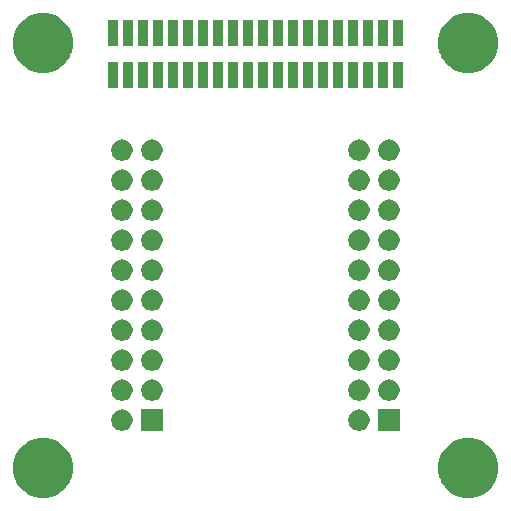
<source format=gbr>
G04 #@! TF.GenerationSoftware,KiCad,Pcbnew,(5.1.6)-1*
G04 #@! TF.CreationDate,2020-11-06T20:31:41+01:00*
G04 #@! TF.ProjectId,DynOSSAT-EDU-HeaderAdapter,44796e4f-5353-4415-942d-4544552d4865,rev?*
G04 #@! TF.SameCoordinates,Original*
G04 #@! TF.FileFunction,Soldermask,Bot*
G04 #@! TF.FilePolarity,Negative*
%FSLAX46Y46*%
G04 Gerber Fmt 4.6, Leading zero omitted, Abs format (unit mm)*
G04 Created by KiCad (PCBNEW (5.1.6)-1) date 2020-11-06 20:31:41*
%MOMM*%
%LPD*%
G01*
G04 APERTURE LIST*
%ADD10C,0.100000*%
G04 APERTURE END LIST*
D10*
G36*
X154110098Y-118400233D02*
G01*
X154550210Y-118582533D01*
X154574352Y-118592533D01*
X154992168Y-118871709D01*
X155347491Y-119227032D01*
X155626667Y-119644848D01*
X155626668Y-119644850D01*
X155818967Y-120109102D01*
X155917000Y-120601947D01*
X155917000Y-121104453D01*
X155818967Y-121597298D01*
X155701235Y-121881529D01*
X155626667Y-122061552D01*
X155347491Y-122479368D01*
X154992168Y-122834691D01*
X154574352Y-123113867D01*
X154574351Y-123113868D01*
X154574350Y-123113868D01*
X154110098Y-123306167D01*
X153617253Y-123404200D01*
X153114747Y-123404200D01*
X152621902Y-123306167D01*
X152157650Y-123113868D01*
X152157649Y-123113868D01*
X152157648Y-123113867D01*
X151739832Y-122834691D01*
X151384509Y-122479368D01*
X151105333Y-122061552D01*
X151030765Y-121881529D01*
X150913033Y-121597298D01*
X150815000Y-121104453D01*
X150815000Y-120601947D01*
X150913033Y-120109102D01*
X151105332Y-119644850D01*
X151105333Y-119644848D01*
X151384509Y-119227032D01*
X151739832Y-118871709D01*
X152157648Y-118592533D01*
X152181790Y-118582533D01*
X152621902Y-118400233D01*
X153114747Y-118302200D01*
X153617253Y-118302200D01*
X154110098Y-118400233D01*
G37*
G36*
X118108098Y-118390233D02*
G01*
X118572350Y-118582532D01*
X118572352Y-118582533D01*
X118990168Y-118861709D01*
X119345491Y-119217032D01*
X119475676Y-119411868D01*
X119624668Y-119634850D01*
X119816967Y-120099102D01*
X119915000Y-120591947D01*
X119915000Y-121094453D01*
X119816967Y-121587298D01*
X119664496Y-121955396D01*
X119624667Y-122051552D01*
X119345491Y-122469368D01*
X118990168Y-122824691D01*
X118572352Y-123103867D01*
X118572351Y-123103868D01*
X118572350Y-123103868D01*
X118108098Y-123296167D01*
X117615253Y-123394200D01*
X117112747Y-123394200D01*
X116619902Y-123296167D01*
X116155650Y-123103868D01*
X116155649Y-123103868D01*
X116155648Y-123103867D01*
X115737832Y-122824691D01*
X115382509Y-122469368D01*
X115103333Y-122051552D01*
X115063504Y-121955396D01*
X114911033Y-121587298D01*
X114813000Y-121094453D01*
X114813000Y-120591947D01*
X114911033Y-120099102D01*
X115103332Y-119634850D01*
X115252324Y-119411868D01*
X115382509Y-119217032D01*
X115737832Y-118861709D01*
X116155648Y-118582533D01*
X116155650Y-118582532D01*
X116619902Y-118390233D01*
X117112747Y-118292200D01*
X117615253Y-118292200D01*
X118108098Y-118390233D01*
G37*
G36*
X144233112Y-115893127D02*
G01*
X144382412Y-115922824D01*
X144546384Y-115990744D01*
X144693954Y-116089347D01*
X144819453Y-116214846D01*
X144918056Y-116362416D01*
X144985976Y-116526388D01*
X145020600Y-116700459D01*
X145020600Y-116877941D01*
X144985976Y-117052012D01*
X144918056Y-117215984D01*
X144819453Y-117363554D01*
X144693954Y-117489053D01*
X144546384Y-117587656D01*
X144382412Y-117655576D01*
X144233112Y-117685273D01*
X144208342Y-117690200D01*
X144030858Y-117690200D01*
X144006088Y-117685273D01*
X143856788Y-117655576D01*
X143692816Y-117587656D01*
X143545246Y-117489053D01*
X143419747Y-117363554D01*
X143321144Y-117215984D01*
X143253224Y-117052012D01*
X143218600Y-116877941D01*
X143218600Y-116700459D01*
X143253224Y-116526388D01*
X143321144Y-116362416D01*
X143419747Y-116214846D01*
X143545246Y-116089347D01*
X143692816Y-115990744D01*
X143856788Y-115922824D01*
X144006088Y-115893127D01*
X144030858Y-115888200D01*
X144208342Y-115888200D01*
X144233112Y-115893127D01*
G37*
G36*
X147560600Y-117690200D02*
G01*
X145758600Y-117690200D01*
X145758600Y-115888200D01*
X147560600Y-115888200D01*
X147560600Y-117690200D01*
G37*
G36*
X124167112Y-115893127D02*
G01*
X124316412Y-115922824D01*
X124480384Y-115990744D01*
X124627954Y-116089347D01*
X124753453Y-116214846D01*
X124852056Y-116362416D01*
X124919976Y-116526388D01*
X124954600Y-116700459D01*
X124954600Y-116877941D01*
X124919976Y-117052012D01*
X124852056Y-117215984D01*
X124753453Y-117363554D01*
X124627954Y-117489053D01*
X124480384Y-117587656D01*
X124316412Y-117655576D01*
X124167112Y-117685273D01*
X124142342Y-117690200D01*
X123964858Y-117690200D01*
X123940088Y-117685273D01*
X123790788Y-117655576D01*
X123626816Y-117587656D01*
X123479246Y-117489053D01*
X123353747Y-117363554D01*
X123255144Y-117215984D01*
X123187224Y-117052012D01*
X123152600Y-116877941D01*
X123152600Y-116700459D01*
X123187224Y-116526388D01*
X123255144Y-116362416D01*
X123353747Y-116214846D01*
X123479246Y-116089347D01*
X123626816Y-115990744D01*
X123790788Y-115922824D01*
X123940088Y-115893127D01*
X123964858Y-115888200D01*
X124142342Y-115888200D01*
X124167112Y-115893127D01*
G37*
G36*
X127494600Y-117690200D02*
G01*
X125692600Y-117690200D01*
X125692600Y-115888200D01*
X127494600Y-115888200D01*
X127494600Y-117690200D01*
G37*
G36*
X124167112Y-113353127D02*
G01*
X124316412Y-113382824D01*
X124480384Y-113450744D01*
X124627954Y-113549347D01*
X124753453Y-113674846D01*
X124852056Y-113822416D01*
X124919976Y-113986388D01*
X124954600Y-114160459D01*
X124954600Y-114337941D01*
X124919976Y-114512012D01*
X124852056Y-114675984D01*
X124753453Y-114823554D01*
X124627954Y-114949053D01*
X124480384Y-115047656D01*
X124316412Y-115115576D01*
X124167112Y-115145273D01*
X124142342Y-115150200D01*
X123964858Y-115150200D01*
X123940088Y-115145273D01*
X123790788Y-115115576D01*
X123626816Y-115047656D01*
X123479246Y-114949053D01*
X123353747Y-114823554D01*
X123255144Y-114675984D01*
X123187224Y-114512012D01*
X123152600Y-114337941D01*
X123152600Y-114160459D01*
X123187224Y-113986388D01*
X123255144Y-113822416D01*
X123353747Y-113674846D01*
X123479246Y-113549347D01*
X123626816Y-113450744D01*
X123790788Y-113382824D01*
X123940088Y-113353127D01*
X123964858Y-113348200D01*
X124142342Y-113348200D01*
X124167112Y-113353127D01*
G37*
G36*
X146773112Y-113353127D02*
G01*
X146922412Y-113382824D01*
X147086384Y-113450744D01*
X147233954Y-113549347D01*
X147359453Y-113674846D01*
X147458056Y-113822416D01*
X147525976Y-113986388D01*
X147560600Y-114160459D01*
X147560600Y-114337941D01*
X147525976Y-114512012D01*
X147458056Y-114675984D01*
X147359453Y-114823554D01*
X147233954Y-114949053D01*
X147086384Y-115047656D01*
X146922412Y-115115576D01*
X146773112Y-115145273D01*
X146748342Y-115150200D01*
X146570858Y-115150200D01*
X146546088Y-115145273D01*
X146396788Y-115115576D01*
X146232816Y-115047656D01*
X146085246Y-114949053D01*
X145959747Y-114823554D01*
X145861144Y-114675984D01*
X145793224Y-114512012D01*
X145758600Y-114337941D01*
X145758600Y-114160459D01*
X145793224Y-113986388D01*
X145861144Y-113822416D01*
X145959747Y-113674846D01*
X146085246Y-113549347D01*
X146232816Y-113450744D01*
X146396788Y-113382824D01*
X146546088Y-113353127D01*
X146570858Y-113348200D01*
X146748342Y-113348200D01*
X146773112Y-113353127D01*
G37*
G36*
X144233112Y-113353127D02*
G01*
X144382412Y-113382824D01*
X144546384Y-113450744D01*
X144693954Y-113549347D01*
X144819453Y-113674846D01*
X144918056Y-113822416D01*
X144985976Y-113986388D01*
X145020600Y-114160459D01*
X145020600Y-114337941D01*
X144985976Y-114512012D01*
X144918056Y-114675984D01*
X144819453Y-114823554D01*
X144693954Y-114949053D01*
X144546384Y-115047656D01*
X144382412Y-115115576D01*
X144233112Y-115145273D01*
X144208342Y-115150200D01*
X144030858Y-115150200D01*
X144006088Y-115145273D01*
X143856788Y-115115576D01*
X143692816Y-115047656D01*
X143545246Y-114949053D01*
X143419747Y-114823554D01*
X143321144Y-114675984D01*
X143253224Y-114512012D01*
X143218600Y-114337941D01*
X143218600Y-114160459D01*
X143253224Y-113986388D01*
X143321144Y-113822416D01*
X143419747Y-113674846D01*
X143545246Y-113549347D01*
X143692816Y-113450744D01*
X143856788Y-113382824D01*
X144006088Y-113353127D01*
X144030858Y-113348200D01*
X144208342Y-113348200D01*
X144233112Y-113353127D01*
G37*
G36*
X126707112Y-113353127D02*
G01*
X126856412Y-113382824D01*
X127020384Y-113450744D01*
X127167954Y-113549347D01*
X127293453Y-113674846D01*
X127392056Y-113822416D01*
X127459976Y-113986388D01*
X127494600Y-114160459D01*
X127494600Y-114337941D01*
X127459976Y-114512012D01*
X127392056Y-114675984D01*
X127293453Y-114823554D01*
X127167954Y-114949053D01*
X127020384Y-115047656D01*
X126856412Y-115115576D01*
X126707112Y-115145273D01*
X126682342Y-115150200D01*
X126504858Y-115150200D01*
X126480088Y-115145273D01*
X126330788Y-115115576D01*
X126166816Y-115047656D01*
X126019246Y-114949053D01*
X125893747Y-114823554D01*
X125795144Y-114675984D01*
X125727224Y-114512012D01*
X125692600Y-114337941D01*
X125692600Y-114160459D01*
X125727224Y-113986388D01*
X125795144Y-113822416D01*
X125893747Y-113674846D01*
X126019246Y-113549347D01*
X126166816Y-113450744D01*
X126330788Y-113382824D01*
X126480088Y-113353127D01*
X126504858Y-113348200D01*
X126682342Y-113348200D01*
X126707112Y-113353127D01*
G37*
G36*
X144233112Y-110813127D02*
G01*
X144382412Y-110842824D01*
X144546384Y-110910744D01*
X144693954Y-111009347D01*
X144819453Y-111134846D01*
X144918056Y-111282416D01*
X144985976Y-111446388D01*
X145020600Y-111620459D01*
X145020600Y-111797941D01*
X144985976Y-111972012D01*
X144918056Y-112135984D01*
X144819453Y-112283554D01*
X144693954Y-112409053D01*
X144546384Y-112507656D01*
X144382412Y-112575576D01*
X144233112Y-112605273D01*
X144208342Y-112610200D01*
X144030858Y-112610200D01*
X144006088Y-112605273D01*
X143856788Y-112575576D01*
X143692816Y-112507656D01*
X143545246Y-112409053D01*
X143419747Y-112283554D01*
X143321144Y-112135984D01*
X143253224Y-111972012D01*
X143218600Y-111797941D01*
X143218600Y-111620459D01*
X143253224Y-111446388D01*
X143321144Y-111282416D01*
X143419747Y-111134846D01*
X143545246Y-111009347D01*
X143692816Y-110910744D01*
X143856788Y-110842824D01*
X144006088Y-110813127D01*
X144030858Y-110808200D01*
X144208342Y-110808200D01*
X144233112Y-110813127D01*
G37*
G36*
X126707112Y-110813127D02*
G01*
X126856412Y-110842824D01*
X127020384Y-110910744D01*
X127167954Y-111009347D01*
X127293453Y-111134846D01*
X127392056Y-111282416D01*
X127459976Y-111446388D01*
X127494600Y-111620459D01*
X127494600Y-111797941D01*
X127459976Y-111972012D01*
X127392056Y-112135984D01*
X127293453Y-112283554D01*
X127167954Y-112409053D01*
X127020384Y-112507656D01*
X126856412Y-112575576D01*
X126707112Y-112605273D01*
X126682342Y-112610200D01*
X126504858Y-112610200D01*
X126480088Y-112605273D01*
X126330788Y-112575576D01*
X126166816Y-112507656D01*
X126019246Y-112409053D01*
X125893747Y-112283554D01*
X125795144Y-112135984D01*
X125727224Y-111972012D01*
X125692600Y-111797941D01*
X125692600Y-111620459D01*
X125727224Y-111446388D01*
X125795144Y-111282416D01*
X125893747Y-111134846D01*
X126019246Y-111009347D01*
X126166816Y-110910744D01*
X126330788Y-110842824D01*
X126480088Y-110813127D01*
X126504858Y-110808200D01*
X126682342Y-110808200D01*
X126707112Y-110813127D01*
G37*
G36*
X124167112Y-110813127D02*
G01*
X124316412Y-110842824D01*
X124480384Y-110910744D01*
X124627954Y-111009347D01*
X124753453Y-111134846D01*
X124852056Y-111282416D01*
X124919976Y-111446388D01*
X124954600Y-111620459D01*
X124954600Y-111797941D01*
X124919976Y-111972012D01*
X124852056Y-112135984D01*
X124753453Y-112283554D01*
X124627954Y-112409053D01*
X124480384Y-112507656D01*
X124316412Y-112575576D01*
X124167112Y-112605273D01*
X124142342Y-112610200D01*
X123964858Y-112610200D01*
X123940088Y-112605273D01*
X123790788Y-112575576D01*
X123626816Y-112507656D01*
X123479246Y-112409053D01*
X123353747Y-112283554D01*
X123255144Y-112135984D01*
X123187224Y-111972012D01*
X123152600Y-111797941D01*
X123152600Y-111620459D01*
X123187224Y-111446388D01*
X123255144Y-111282416D01*
X123353747Y-111134846D01*
X123479246Y-111009347D01*
X123626816Y-110910744D01*
X123790788Y-110842824D01*
X123940088Y-110813127D01*
X123964858Y-110808200D01*
X124142342Y-110808200D01*
X124167112Y-110813127D01*
G37*
G36*
X146773112Y-110813127D02*
G01*
X146922412Y-110842824D01*
X147086384Y-110910744D01*
X147233954Y-111009347D01*
X147359453Y-111134846D01*
X147458056Y-111282416D01*
X147525976Y-111446388D01*
X147560600Y-111620459D01*
X147560600Y-111797941D01*
X147525976Y-111972012D01*
X147458056Y-112135984D01*
X147359453Y-112283554D01*
X147233954Y-112409053D01*
X147086384Y-112507656D01*
X146922412Y-112575576D01*
X146773112Y-112605273D01*
X146748342Y-112610200D01*
X146570858Y-112610200D01*
X146546088Y-112605273D01*
X146396788Y-112575576D01*
X146232816Y-112507656D01*
X146085246Y-112409053D01*
X145959747Y-112283554D01*
X145861144Y-112135984D01*
X145793224Y-111972012D01*
X145758600Y-111797941D01*
X145758600Y-111620459D01*
X145793224Y-111446388D01*
X145861144Y-111282416D01*
X145959747Y-111134846D01*
X146085246Y-111009347D01*
X146232816Y-110910744D01*
X146396788Y-110842824D01*
X146546088Y-110813127D01*
X146570858Y-110808200D01*
X146748342Y-110808200D01*
X146773112Y-110813127D01*
G37*
G36*
X146773112Y-108273127D02*
G01*
X146922412Y-108302824D01*
X147086384Y-108370744D01*
X147233954Y-108469347D01*
X147359453Y-108594846D01*
X147458056Y-108742416D01*
X147525976Y-108906388D01*
X147560600Y-109080459D01*
X147560600Y-109257941D01*
X147525976Y-109432012D01*
X147458056Y-109595984D01*
X147359453Y-109743554D01*
X147233954Y-109869053D01*
X147086384Y-109967656D01*
X146922412Y-110035576D01*
X146773112Y-110065273D01*
X146748342Y-110070200D01*
X146570858Y-110070200D01*
X146546088Y-110065273D01*
X146396788Y-110035576D01*
X146232816Y-109967656D01*
X146085246Y-109869053D01*
X145959747Y-109743554D01*
X145861144Y-109595984D01*
X145793224Y-109432012D01*
X145758600Y-109257941D01*
X145758600Y-109080459D01*
X145793224Y-108906388D01*
X145861144Y-108742416D01*
X145959747Y-108594846D01*
X146085246Y-108469347D01*
X146232816Y-108370744D01*
X146396788Y-108302824D01*
X146546088Y-108273127D01*
X146570858Y-108268200D01*
X146748342Y-108268200D01*
X146773112Y-108273127D01*
G37*
G36*
X126707112Y-108273127D02*
G01*
X126856412Y-108302824D01*
X127020384Y-108370744D01*
X127167954Y-108469347D01*
X127293453Y-108594846D01*
X127392056Y-108742416D01*
X127459976Y-108906388D01*
X127494600Y-109080459D01*
X127494600Y-109257941D01*
X127459976Y-109432012D01*
X127392056Y-109595984D01*
X127293453Y-109743554D01*
X127167954Y-109869053D01*
X127020384Y-109967656D01*
X126856412Y-110035576D01*
X126707112Y-110065273D01*
X126682342Y-110070200D01*
X126504858Y-110070200D01*
X126480088Y-110065273D01*
X126330788Y-110035576D01*
X126166816Y-109967656D01*
X126019246Y-109869053D01*
X125893747Y-109743554D01*
X125795144Y-109595984D01*
X125727224Y-109432012D01*
X125692600Y-109257941D01*
X125692600Y-109080459D01*
X125727224Y-108906388D01*
X125795144Y-108742416D01*
X125893747Y-108594846D01*
X126019246Y-108469347D01*
X126166816Y-108370744D01*
X126330788Y-108302824D01*
X126480088Y-108273127D01*
X126504858Y-108268200D01*
X126682342Y-108268200D01*
X126707112Y-108273127D01*
G37*
G36*
X124167112Y-108273127D02*
G01*
X124316412Y-108302824D01*
X124480384Y-108370744D01*
X124627954Y-108469347D01*
X124753453Y-108594846D01*
X124852056Y-108742416D01*
X124919976Y-108906388D01*
X124954600Y-109080459D01*
X124954600Y-109257941D01*
X124919976Y-109432012D01*
X124852056Y-109595984D01*
X124753453Y-109743554D01*
X124627954Y-109869053D01*
X124480384Y-109967656D01*
X124316412Y-110035576D01*
X124167112Y-110065273D01*
X124142342Y-110070200D01*
X123964858Y-110070200D01*
X123940088Y-110065273D01*
X123790788Y-110035576D01*
X123626816Y-109967656D01*
X123479246Y-109869053D01*
X123353747Y-109743554D01*
X123255144Y-109595984D01*
X123187224Y-109432012D01*
X123152600Y-109257941D01*
X123152600Y-109080459D01*
X123187224Y-108906388D01*
X123255144Y-108742416D01*
X123353747Y-108594846D01*
X123479246Y-108469347D01*
X123626816Y-108370744D01*
X123790788Y-108302824D01*
X123940088Y-108273127D01*
X123964858Y-108268200D01*
X124142342Y-108268200D01*
X124167112Y-108273127D01*
G37*
G36*
X144233112Y-108273127D02*
G01*
X144382412Y-108302824D01*
X144546384Y-108370744D01*
X144693954Y-108469347D01*
X144819453Y-108594846D01*
X144918056Y-108742416D01*
X144985976Y-108906388D01*
X145020600Y-109080459D01*
X145020600Y-109257941D01*
X144985976Y-109432012D01*
X144918056Y-109595984D01*
X144819453Y-109743554D01*
X144693954Y-109869053D01*
X144546384Y-109967656D01*
X144382412Y-110035576D01*
X144233112Y-110065273D01*
X144208342Y-110070200D01*
X144030858Y-110070200D01*
X144006088Y-110065273D01*
X143856788Y-110035576D01*
X143692816Y-109967656D01*
X143545246Y-109869053D01*
X143419747Y-109743554D01*
X143321144Y-109595984D01*
X143253224Y-109432012D01*
X143218600Y-109257941D01*
X143218600Y-109080459D01*
X143253224Y-108906388D01*
X143321144Y-108742416D01*
X143419747Y-108594846D01*
X143545246Y-108469347D01*
X143692816Y-108370744D01*
X143856788Y-108302824D01*
X144006088Y-108273127D01*
X144030858Y-108268200D01*
X144208342Y-108268200D01*
X144233112Y-108273127D01*
G37*
G36*
X146773112Y-105733127D02*
G01*
X146922412Y-105762824D01*
X147086384Y-105830744D01*
X147233954Y-105929347D01*
X147359453Y-106054846D01*
X147458056Y-106202416D01*
X147525976Y-106366388D01*
X147560600Y-106540459D01*
X147560600Y-106717941D01*
X147525976Y-106892012D01*
X147458056Y-107055984D01*
X147359453Y-107203554D01*
X147233954Y-107329053D01*
X147086384Y-107427656D01*
X146922412Y-107495576D01*
X146773112Y-107525273D01*
X146748342Y-107530200D01*
X146570858Y-107530200D01*
X146546088Y-107525273D01*
X146396788Y-107495576D01*
X146232816Y-107427656D01*
X146085246Y-107329053D01*
X145959747Y-107203554D01*
X145861144Y-107055984D01*
X145793224Y-106892012D01*
X145758600Y-106717941D01*
X145758600Y-106540459D01*
X145793224Y-106366388D01*
X145861144Y-106202416D01*
X145959747Y-106054846D01*
X146085246Y-105929347D01*
X146232816Y-105830744D01*
X146396788Y-105762824D01*
X146546088Y-105733127D01*
X146570858Y-105728200D01*
X146748342Y-105728200D01*
X146773112Y-105733127D01*
G37*
G36*
X144233112Y-105733127D02*
G01*
X144382412Y-105762824D01*
X144546384Y-105830744D01*
X144693954Y-105929347D01*
X144819453Y-106054846D01*
X144918056Y-106202416D01*
X144985976Y-106366388D01*
X145020600Y-106540459D01*
X145020600Y-106717941D01*
X144985976Y-106892012D01*
X144918056Y-107055984D01*
X144819453Y-107203554D01*
X144693954Y-107329053D01*
X144546384Y-107427656D01*
X144382412Y-107495576D01*
X144233112Y-107525273D01*
X144208342Y-107530200D01*
X144030858Y-107530200D01*
X144006088Y-107525273D01*
X143856788Y-107495576D01*
X143692816Y-107427656D01*
X143545246Y-107329053D01*
X143419747Y-107203554D01*
X143321144Y-107055984D01*
X143253224Y-106892012D01*
X143218600Y-106717941D01*
X143218600Y-106540459D01*
X143253224Y-106366388D01*
X143321144Y-106202416D01*
X143419747Y-106054846D01*
X143545246Y-105929347D01*
X143692816Y-105830744D01*
X143856788Y-105762824D01*
X144006088Y-105733127D01*
X144030858Y-105728200D01*
X144208342Y-105728200D01*
X144233112Y-105733127D01*
G37*
G36*
X124167112Y-105733127D02*
G01*
X124316412Y-105762824D01*
X124480384Y-105830744D01*
X124627954Y-105929347D01*
X124753453Y-106054846D01*
X124852056Y-106202416D01*
X124919976Y-106366388D01*
X124954600Y-106540459D01*
X124954600Y-106717941D01*
X124919976Y-106892012D01*
X124852056Y-107055984D01*
X124753453Y-107203554D01*
X124627954Y-107329053D01*
X124480384Y-107427656D01*
X124316412Y-107495576D01*
X124167112Y-107525273D01*
X124142342Y-107530200D01*
X123964858Y-107530200D01*
X123940088Y-107525273D01*
X123790788Y-107495576D01*
X123626816Y-107427656D01*
X123479246Y-107329053D01*
X123353747Y-107203554D01*
X123255144Y-107055984D01*
X123187224Y-106892012D01*
X123152600Y-106717941D01*
X123152600Y-106540459D01*
X123187224Y-106366388D01*
X123255144Y-106202416D01*
X123353747Y-106054846D01*
X123479246Y-105929347D01*
X123626816Y-105830744D01*
X123790788Y-105762824D01*
X123940088Y-105733127D01*
X123964858Y-105728200D01*
X124142342Y-105728200D01*
X124167112Y-105733127D01*
G37*
G36*
X126707112Y-105733127D02*
G01*
X126856412Y-105762824D01*
X127020384Y-105830744D01*
X127167954Y-105929347D01*
X127293453Y-106054846D01*
X127392056Y-106202416D01*
X127459976Y-106366388D01*
X127494600Y-106540459D01*
X127494600Y-106717941D01*
X127459976Y-106892012D01*
X127392056Y-107055984D01*
X127293453Y-107203554D01*
X127167954Y-107329053D01*
X127020384Y-107427656D01*
X126856412Y-107495576D01*
X126707112Y-107525273D01*
X126682342Y-107530200D01*
X126504858Y-107530200D01*
X126480088Y-107525273D01*
X126330788Y-107495576D01*
X126166816Y-107427656D01*
X126019246Y-107329053D01*
X125893747Y-107203554D01*
X125795144Y-107055984D01*
X125727224Y-106892012D01*
X125692600Y-106717941D01*
X125692600Y-106540459D01*
X125727224Y-106366388D01*
X125795144Y-106202416D01*
X125893747Y-106054846D01*
X126019246Y-105929347D01*
X126166816Y-105830744D01*
X126330788Y-105762824D01*
X126480088Y-105733127D01*
X126504858Y-105728200D01*
X126682342Y-105728200D01*
X126707112Y-105733127D01*
G37*
G36*
X146773112Y-103193127D02*
G01*
X146922412Y-103222824D01*
X147086384Y-103290744D01*
X147233954Y-103389347D01*
X147359453Y-103514846D01*
X147458056Y-103662416D01*
X147525976Y-103826388D01*
X147560600Y-104000459D01*
X147560600Y-104177941D01*
X147525976Y-104352012D01*
X147458056Y-104515984D01*
X147359453Y-104663554D01*
X147233954Y-104789053D01*
X147086384Y-104887656D01*
X146922412Y-104955576D01*
X146773112Y-104985273D01*
X146748342Y-104990200D01*
X146570858Y-104990200D01*
X146546088Y-104985273D01*
X146396788Y-104955576D01*
X146232816Y-104887656D01*
X146085246Y-104789053D01*
X145959747Y-104663554D01*
X145861144Y-104515984D01*
X145793224Y-104352012D01*
X145758600Y-104177941D01*
X145758600Y-104000459D01*
X145793224Y-103826388D01*
X145861144Y-103662416D01*
X145959747Y-103514846D01*
X146085246Y-103389347D01*
X146232816Y-103290744D01*
X146396788Y-103222824D01*
X146546088Y-103193127D01*
X146570858Y-103188200D01*
X146748342Y-103188200D01*
X146773112Y-103193127D01*
G37*
G36*
X144233112Y-103193127D02*
G01*
X144382412Y-103222824D01*
X144546384Y-103290744D01*
X144693954Y-103389347D01*
X144819453Y-103514846D01*
X144918056Y-103662416D01*
X144985976Y-103826388D01*
X145020600Y-104000459D01*
X145020600Y-104177941D01*
X144985976Y-104352012D01*
X144918056Y-104515984D01*
X144819453Y-104663554D01*
X144693954Y-104789053D01*
X144546384Y-104887656D01*
X144382412Y-104955576D01*
X144233112Y-104985273D01*
X144208342Y-104990200D01*
X144030858Y-104990200D01*
X144006088Y-104985273D01*
X143856788Y-104955576D01*
X143692816Y-104887656D01*
X143545246Y-104789053D01*
X143419747Y-104663554D01*
X143321144Y-104515984D01*
X143253224Y-104352012D01*
X143218600Y-104177941D01*
X143218600Y-104000459D01*
X143253224Y-103826388D01*
X143321144Y-103662416D01*
X143419747Y-103514846D01*
X143545246Y-103389347D01*
X143692816Y-103290744D01*
X143856788Y-103222824D01*
X144006088Y-103193127D01*
X144030858Y-103188200D01*
X144208342Y-103188200D01*
X144233112Y-103193127D01*
G37*
G36*
X126707112Y-103193127D02*
G01*
X126856412Y-103222824D01*
X127020384Y-103290744D01*
X127167954Y-103389347D01*
X127293453Y-103514846D01*
X127392056Y-103662416D01*
X127459976Y-103826388D01*
X127494600Y-104000459D01*
X127494600Y-104177941D01*
X127459976Y-104352012D01*
X127392056Y-104515984D01*
X127293453Y-104663554D01*
X127167954Y-104789053D01*
X127020384Y-104887656D01*
X126856412Y-104955576D01*
X126707112Y-104985273D01*
X126682342Y-104990200D01*
X126504858Y-104990200D01*
X126480088Y-104985273D01*
X126330788Y-104955576D01*
X126166816Y-104887656D01*
X126019246Y-104789053D01*
X125893747Y-104663554D01*
X125795144Y-104515984D01*
X125727224Y-104352012D01*
X125692600Y-104177941D01*
X125692600Y-104000459D01*
X125727224Y-103826388D01*
X125795144Y-103662416D01*
X125893747Y-103514846D01*
X126019246Y-103389347D01*
X126166816Y-103290744D01*
X126330788Y-103222824D01*
X126480088Y-103193127D01*
X126504858Y-103188200D01*
X126682342Y-103188200D01*
X126707112Y-103193127D01*
G37*
G36*
X124167112Y-103193127D02*
G01*
X124316412Y-103222824D01*
X124480384Y-103290744D01*
X124627954Y-103389347D01*
X124753453Y-103514846D01*
X124852056Y-103662416D01*
X124919976Y-103826388D01*
X124954600Y-104000459D01*
X124954600Y-104177941D01*
X124919976Y-104352012D01*
X124852056Y-104515984D01*
X124753453Y-104663554D01*
X124627954Y-104789053D01*
X124480384Y-104887656D01*
X124316412Y-104955576D01*
X124167112Y-104985273D01*
X124142342Y-104990200D01*
X123964858Y-104990200D01*
X123940088Y-104985273D01*
X123790788Y-104955576D01*
X123626816Y-104887656D01*
X123479246Y-104789053D01*
X123353747Y-104663554D01*
X123255144Y-104515984D01*
X123187224Y-104352012D01*
X123152600Y-104177941D01*
X123152600Y-104000459D01*
X123187224Y-103826388D01*
X123255144Y-103662416D01*
X123353747Y-103514846D01*
X123479246Y-103389347D01*
X123626816Y-103290744D01*
X123790788Y-103222824D01*
X123940088Y-103193127D01*
X123964858Y-103188200D01*
X124142342Y-103188200D01*
X124167112Y-103193127D01*
G37*
G36*
X124167112Y-100653127D02*
G01*
X124316412Y-100682824D01*
X124480384Y-100750744D01*
X124627954Y-100849347D01*
X124753453Y-100974846D01*
X124852056Y-101122416D01*
X124919976Y-101286388D01*
X124954600Y-101460459D01*
X124954600Y-101637941D01*
X124919976Y-101812012D01*
X124852056Y-101975984D01*
X124753453Y-102123554D01*
X124627954Y-102249053D01*
X124480384Y-102347656D01*
X124316412Y-102415576D01*
X124167112Y-102445273D01*
X124142342Y-102450200D01*
X123964858Y-102450200D01*
X123940088Y-102445273D01*
X123790788Y-102415576D01*
X123626816Y-102347656D01*
X123479246Y-102249053D01*
X123353747Y-102123554D01*
X123255144Y-101975984D01*
X123187224Y-101812012D01*
X123152600Y-101637941D01*
X123152600Y-101460459D01*
X123187224Y-101286388D01*
X123255144Y-101122416D01*
X123353747Y-100974846D01*
X123479246Y-100849347D01*
X123626816Y-100750744D01*
X123790788Y-100682824D01*
X123940088Y-100653127D01*
X123964858Y-100648200D01*
X124142342Y-100648200D01*
X124167112Y-100653127D01*
G37*
G36*
X126707112Y-100653127D02*
G01*
X126856412Y-100682824D01*
X127020384Y-100750744D01*
X127167954Y-100849347D01*
X127293453Y-100974846D01*
X127392056Y-101122416D01*
X127459976Y-101286388D01*
X127494600Y-101460459D01*
X127494600Y-101637941D01*
X127459976Y-101812012D01*
X127392056Y-101975984D01*
X127293453Y-102123554D01*
X127167954Y-102249053D01*
X127020384Y-102347656D01*
X126856412Y-102415576D01*
X126707112Y-102445273D01*
X126682342Y-102450200D01*
X126504858Y-102450200D01*
X126480088Y-102445273D01*
X126330788Y-102415576D01*
X126166816Y-102347656D01*
X126019246Y-102249053D01*
X125893747Y-102123554D01*
X125795144Y-101975984D01*
X125727224Y-101812012D01*
X125692600Y-101637941D01*
X125692600Y-101460459D01*
X125727224Y-101286388D01*
X125795144Y-101122416D01*
X125893747Y-100974846D01*
X126019246Y-100849347D01*
X126166816Y-100750744D01*
X126330788Y-100682824D01*
X126480088Y-100653127D01*
X126504858Y-100648200D01*
X126682342Y-100648200D01*
X126707112Y-100653127D01*
G37*
G36*
X146773112Y-100653127D02*
G01*
X146922412Y-100682824D01*
X147086384Y-100750744D01*
X147233954Y-100849347D01*
X147359453Y-100974846D01*
X147458056Y-101122416D01*
X147525976Y-101286388D01*
X147560600Y-101460459D01*
X147560600Y-101637941D01*
X147525976Y-101812012D01*
X147458056Y-101975984D01*
X147359453Y-102123554D01*
X147233954Y-102249053D01*
X147086384Y-102347656D01*
X146922412Y-102415576D01*
X146773112Y-102445273D01*
X146748342Y-102450200D01*
X146570858Y-102450200D01*
X146546088Y-102445273D01*
X146396788Y-102415576D01*
X146232816Y-102347656D01*
X146085246Y-102249053D01*
X145959747Y-102123554D01*
X145861144Y-101975984D01*
X145793224Y-101812012D01*
X145758600Y-101637941D01*
X145758600Y-101460459D01*
X145793224Y-101286388D01*
X145861144Y-101122416D01*
X145959747Y-100974846D01*
X146085246Y-100849347D01*
X146232816Y-100750744D01*
X146396788Y-100682824D01*
X146546088Y-100653127D01*
X146570858Y-100648200D01*
X146748342Y-100648200D01*
X146773112Y-100653127D01*
G37*
G36*
X144233112Y-100653127D02*
G01*
X144382412Y-100682824D01*
X144546384Y-100750744D01*
X144693954Y-100849347D01*
X144819453Y-100974846D01*
X144918056Y-101122416D01*
X144985976Y-101286388D01*
X145020600Y-101460459D01*
X145020600Y-101637941D01*
X144985976Y-101812012D01*
X144918056Y-101975984D01*
X144819453Y-102123554D01*
X144693954Y-102249053D01*
X144546384Y-102347656D01*
X144382412Y-102415576D01*
X144233112Y-102445273D01*
X144208342Y-102450200D01*
X144030858Y-102450200D01*
X144006088Y-102445273D01*
X143856788Y-102415576D01*
X143692816Y-102347656D01*
X143545246Y-102249053D01*
X143419747Y-102123554D01*
X143321144Y-101975984D01*
X143253224Y-101812012D01*
X143218600Y-101637941D01*
X143218600Y-101460459D01*
X143253224Y-101286388D01*
X143321144Y-101122416D01*
X143419747Y-100974846D01*
X143545246Y-100849347D01*
X143692816Y-100750744D01*
X143856788Y-100682824D01*
X144006088Y-100653127D01*
X144030858Y-100648200D01*
X144208342Y-100648200D01*
X144233112Y-100653127D01*
G37*
G36*
X146773112Y-98113127D02*
G01*
X146922412Y-98142824D01*
X147086384Y-98210744D01*
X147233954Y-98309347D01*
X147359453Y-98434846D01*
X147458056Y-98582416D01*
X147525976Y-98746388D01*
X147560600Y-98920459D01*
X147560600Y-99097941D01*
X147525976Y-99272012D01*
X147458056Y-99435984D01*
X147359453Y-99583554D01*
X147233954Y-99709053D01*
X147086384Y-99807656D01*
X146922412Y-99875576D01*
X146773112Y-99905273D01*
X146748342Y-99910200D01*
X146570858Y-99910200D01*
X146546088Y-99905273D01*
X146396788Y-99875576D01*
X146232816Y-99807656D01*
X146085246Y-99709053D01*
X145959747Y-99583554D01*
X145861144Y-99435984D01*
X145793224Y-99272012D01*
X145758600Y-99097941D01*
X145758600Y-98920459D01*
X145793224Y-98746388D01*
X145861144Y-98582416D01*
X145959747Y-98434846D01*
X146085246Y-98309347D01*
X146232816Y-98210744D01*
X146396788Y-98142824D01*
X146546088Y-98113127D01*
X146570858Y-98108200D01*
X146748342Y-98108200D01*
X146773112Y-98113127D01*
G37*
G36*
X144233112Y-98113127D02*
G01*
X144382412Y-98142824D01*
X144546384Y-98210744D01*
X144693954Y-98309347D01*
X144819453Y-98434846D01*
X144918056Y-98582416D01*
X144985976Y-98746388D01*
X145020600Y-98920459D01*
X145020600Y-99097941D01*
X144985976Y-99272012D01*
X144918056Y-99435984D01*
X144819453Y-99583554D01*
X144693954Y-99709053D01*
X144546384Y-99807656D01*
X144382412Y-99875576D01*
X144233112Y-99905273D01*
X144208342Y-99910200D01*
X144030858Y-99910200D01*
X144006088Y-99905273D01*
X143856788Y-99875576D01*
X143692816Y-99807656D01*
X143545246Y-99709053D01*
X143419747Y-99583554D01*
X143321144Y-99435984D01*
X143253224Y-99272012D01*
X143218600Y-99097941D01*
X143218600Y-98920459D01*
X143253224Y-98746388D01*
X143321144Y-98582416D01*
X143419747Y-98434846D01*
X143545246Y-98309347D01*
X143692816Y-98210744D01*
X143856788Y-98142824D01*
X144006088Y-98113127D01*
X144030858Y-98108200D01*
X144208342Y-98108200D01*
X144233112Y-98113127D01*
G37*
G36*
X124167112Y-98113127D02*
G01*
X124316412Y-98142824D01*
X124480384Y-98210744D01*
X124627954Y-98309347D01*
X124753453Y-98434846D01*
X124852056Y-98582416D01*
X124919976Y-98746388D01*
X124954600Y-98920459D01*
X124954600Y-99097941D01*
X124919976Y-99272012D01*
X124852056Y-99435984D01*
X124753453Y-99583554D01*
X124627954Y-99709053D01*
X124480384Y-99807656D01*
X124316412Y-99875576D01*
X124167112Y-99905273D01*
X124142342Y-99910200D01*
X123964858Y-99910200D01*
X123940088Y-99905273D01*
X123790788Y-99875576D01*
X123626816Y-99807656D01*
X123479246Y-99709053D01*
X123353747Y-99583554D01*
X123255144Y-99435984D01*
X123187224Y-99272012D01*
X123152600Y-99097941D01*
X123152600Y-98920459D01*
X123187224Y-98746388D01*
X123255144Y-98582416D01*
X123353747Y-98434846D01*
X123479246Y-98309347D01*
X123626816Y-98210744D01*
X123790788Y-98142824D01*
X123940088Y-98113127D01*
X123964858Y-98108200D01*
X124142342Y-98108200D01*
X124167112Y-98113127D01*
G37*
G36*
X126707112Y-98113127D02*
G01*
X126856412Y-98142824D01*
X127020384Y-98210744D01*
X127167954Y-98309347D01*
X127293453Y-98434846D01*
X127392056Y-98582416D01*
X127459976Y-98746388D01*
X127494600Y-98920459D01*
X127494600Y-99097941D01*
X127459976Y-99272012D01*
X127392056Y-99435984D01*
X127293453Y-99583554D01*
X127167954Y-99709053D01*
X127020384Y-99807656D01*
X126856412Y-99875576D01*
X126707112Y-99905273D01*
X126682342Y-99910200D01*
X126504858Y-99910200D01*
X126480088Y-99905273D01*
X126330788Y-99875576D01*
X126166816Y-99807656D01*
X126019246Y-99709053D01*
X125893747Y-99583554D01*
X125795144Y-99435984D01*
X125727224Y-99272012D01*
X125692600Y-99097941D01*
X125692600Y-98920459D01*
X125727224Y-98746388D01*
X125795144Y-98582416D01*
X125893747Y-98434846D01*
X126019246Y-98309347D01*
X126166816Y-98210744D01*
X126330788Y-98142824D01*
X126480088Y-98113127D01*
X126504858Y-98108200D01*
X126682342Y-98108200D01*
X126707112Y-98113127D01*
G37*
G36*
X146773112Y-95573127D02*
G01*
X146922412Y-95602824D01*
X147086384Y-95670744D01*
X147233954Y-95769347D01*
X147359453Y-95894846D01*
X147458056Y-96042416D01*
X147525976Y-96206388D01*
X147560600Y-96380459D01*
X147560600Y-96557941D01*
X147525976Y-96732012D01*
X147458056Y-96895984D01*
X147359453Y-97043554D01*
X147233954Y-97169053D01*
X147086384Y-97267656D01*
X146922412Y-97335576D01*
X146773112Y-97365273D01*
X146748342Y-97370200D01*
X146570858Y-97370200D01*
X146546088Y-97365273D01*
X146396788Y-97335576D01*
X146232816Y-97267656D01*
X146085246Y-97169053D01*
X145959747Y-97043554D01*
X145861144Y-96895984D01*
X145793224Y-96732012D01*
X145758600Y-96557941D01*
X145758600Y-96380459D01*
X145793224Y-96206388D01*
X145861144Y-96042416D01*
X145959747Y-95894846D01*
X146085246Y-95769347D01*
X146232816Y-95670744D01*
X146396788Y-95602824D01*
X146546088Y-95573127D01*
X146570858Y-95568200D01*
X146748342Y-95568200D01*
X146773112Y-95573127D01*
G37*
G36*
X144233112Y-95573127D02*
G01*
X144382412Y-95602824D01*
X144546384Y-95670744D01*
X144693954Y-95769347D01*
X144819453Y-95894846D01*
X144918056Y-96042416D01*
X144985976Y-96206388D01*
X145020600Y-96380459D01*
X145020600Y-96557941D01*
X144985976Y-96732012D01*
X144918056Y-96895984D01*
X144819453Y-97043554D01*
X144693954Y-97169053D01*
X144546384Y-97267656D01*
X144382412Y-97335576D01*
X144233112Y-97365273D01*
X144208342Y-97370200D01*
X144030858Y-97370200D01*
X144006088Y-97365273D01*
X143856788Y-97335576D01*
X143692816Y-97267656D01*
X143545246Y-97169053D01*
X143419747Y-97043554D01*
X143321144Y-96895984D01*
X143253224Y-96732012D01*
X143218600Y-96557941D01*
X143218600Y-96380459D01*
X143253224Y-96206388D01*
X143321144Y-96042416D01*
X143419747Y-95894846D01*
X143545246Y-95769347D01*
X143692816Y-95670744D01*
X143856788Y-95602824D01*
X144006088Y-95573127D01*
X144030858Y-95568200D01*
X144208342Y-95568200D01*
X144233112Y-95573127D01*
G37*
G36*
X126707112Y-95573127D02*
G01*
X126856412Y-95602824D01*
X127020384Y-95670744D01*
X127167954Y-95769347D01*
X127293453Y-95894846D01*
X127392056Y-96042416D01*
X127459976Y-96206388D01*
X127494600Y-96380459D01*
X127494600Y-96557941D01*
X127459976Y-96732012D01*
X127392056Y-96895984D01*
X127293453Y-97043554D01*
X127167954Y-97169053D01*
X127020384Y-97267656D01*
X126856412Y-97335576D01*
X126707112Y-97365273D01*
X126682342Y-97370200D01*
X126504858Y-97370200D01*
X126480088Y-97365273D01*
X126330788Y-97335576D01*
X126166816Y-97267656D01*
X126019246Y-97169053D01*
X125893747Y-97043554D01*
X125795144Y-96895984D01*
X125727224Y-96732012D01*
X125692600Y-96557941D01*
X125692600Y-96380459D01*
X125727224Y-96206388D01*
X125795144Y-96042416D01*
X125893747Y-95894846D01*
X126019246Y-95769347D01*
X126166816Y-95670744D01*
X126330788Y-95602824D01*
X126480088Y-95573127D01*
X126504858Y-95568200D01*
X126682342Y-95568200D01*
X126707112Y-95573127D01*
G37*
G36*
X124167112Y-95573127D02*
G01*
X124316412Y-95602824D01*
X124480384Y-95670744D01*
X124627954Y-95769347D01*
X124753453Y-95894846D01*
X124852056Y-96042416D01*
X124919976Y-96206388D01*
X124954600Y-96380459D01*
X124954600Y-96557941D01*
X124919976Y-96732012D01*
X124852056Y-96895984D01*
X124753453Y-97043554D01*
X124627954Y-97169053D01*
X124480384Y-97267656D01*
X124316412Y-97335576D01*
X124167112Y-97365273D01*
X124142342Y-97370200D01*
X123964858Y-97370200D01*
X123940088Y-97365273D01*
X123790788Y-97335576D01*
X123626816Y-97267656D01*
X123479246Y-97169053D01*
X123353747Y-97043554D01*
X123255144Y-96895984D01*
X123187224Y-96732012D01*
X123152600Y-96557941D01*
X123152600Y-96380459D01*
X123187224Y-96206388D01*
X123255144Y-96042416D01*
X123353747Y-95894846D01*
X123479246Y-95769347D01*
X123626816Y-95670744D01*
X123790788Y-95602824D01*
X123940088Y-95573127D01*
X123964858Y-95568200D01*
X124142342Y-95568200D01*
X124167112Y-95573127D01*
G37*
G36*
X146773112Y-93033127D02*
G01*
X146922412Y-93062824D01*
X147086384Y-93130744D01*
X147233954Y-93229347D01*
X147359453Y-93354846D01*
X147458056Y-93502416D01*
X147525976Y-93666388D01*
X147560600Y-93840459D01*
X147560600Y-94017941D01*
X147525976Y-94192012D01*
X147458056Y-94355984D01*
X147359453Y-94503554D01*
X147233954Y-94629053D01*
X147086384Y-94727656D01*
X146922412Y-94795576D01*
X146773112Y-94825273D01*
X146748342Y-94830200D01*
X146570858Y-94830200D01*
X146546088Y-94825273D01*
X146396788Y-94795576D01*
X146232816Y-94727656D01*
X146085246Y-94629053D01*
X145959747Y-94503554D01*
X145861144Y-94355984D01*
X145793224Y-94192012D01*
X145758600Y-94017941D01*
X145758600Y-93840459D01*
X145793224Y-93666388D01*
X145861144Y-93502416D01*
X145959747Y-93354846D01*
X146085246Y-93229347D01*
X146232816Y-93130744D01*
X146396788Y-93062824D01*
X146546088Y-93033127D01*
X146570858Y-93028200D01*
X146748342Y-93028200D01*
X146773112Y-93033127D01*
G37*
G36*
X144233112Y-93033127D02*
G01*
X144382412Y-93062824D01*
X144546384Y-93130744D01*
X144693954Y-93229347D01*
X144819453Y-93354846D01*
X144918056Y-93502416D01*
X144985976Y-93666388D01*
X145020600Y-93840459D01*
X145020600Y-94017941D01*
X144985976Y-94192012D01*
X144918056Y-94355984D01*
X144819453Y-94503554D01*
X144693954Y-94629053D01*
X144546384Y-94727656D01*
X144382412Y-94795576D01*
X144233112Y-94825273D01*
X144208342Y-94830200D01*
X144030858Y-94830200D01*
X144006088Y-94825273D01*
X143856788Y-94795576D01*
X143692816Y-94727656D01*
X143545246Y-94629053D01*
X143419747Y-94503554D01*
X143321144Y-94355984D01*
X143253224Y-94192012D01*
X143218600Y-94017941D01*
X143218600Y-93840459D01*
X143253224Y-93666388D01*
X143321144Y-93502416D01*
X143419747Y-93354846D01*
X143545246Y-93229347D01*
X143692816Y-93130744D01*
X143856788Y-93062824D01*
X144006088Y-93033127D01*
X144030858Y-93028200D01*
X144208342Y-93028200D01*
X144233112Y-93033127D01*
G37*
G36*
X124167112Y-93033127D02*
G01*
X124316412Y-93062824D01*
X124480384Y-93130744D01*
X124627954Y-93229347D01*
X124753453Y-93354846D01*
X124852056Y-93502416D01*
X124919976Y-93666388D01*
X124954600Y-93840459D01*
X124954600Y-94017941D01*
X124919976Y-94192012D01*
X124852056Y-94355984D01*
X124753453Y-94503554D01*
X124627954Y-94629053D01*
X124480384Y-94727656D01*
X124316412Y-94795576D01*
X124167112Y-94825273D01*
X124142342Y-94830200D01*
X123964858Y-94830200D01*
X123940088Y-94825273D01*
X123790788Y-94795576D01*
X123626816Y-94727656D01*
X123479246Y-94629053D01*
X123353747Y-94503554D01*
X123255144Y-94355984D01*
X123187224Y-94192012D01*
X123152600Y-94017941D01*
X123152600Y-93840459D01*
X123187224Y-93666388D01*
X123255144Y-93502416D01*
X123353747Y-93354846D01*
X123479246Y-93229347D01*
X123626816Y-93130744D01*
X123790788Y-93062824D01*
X123940088Y-93033127D01*
X123964858Y-93028200D01*
X124142342Y-93028200D01*
X124167112Y-93033127D01*
G37*
G36*
X126707112Y-93033127D02*
G01*
X126856412Y-93062824D01*
X127020384Y-93130744D01*
X127167954Y-93229347D01*
X127293453Y-93354846D01*
X127392056Y-93502416D01*
X127459976Y-93666388D01*
X127494600Y-93840459D01*
X127494600Y-94017941D01*
X127459976Y-94192012D01*
X127392056Y-94355984D01*
X127293453Y-94503554D01*
X127167954Y-94629053D01*
X127020384Y-94727656D01*
X126856412Y-94795576D01*
X126707112Y-94825273D01*
X126682342Y-94830200D01*
X126504858Y-94830200D01*
X126480088Y-94825273D01*
X126330788Y-94795576D01*
X126166816Y-94727656D01*
X126019246Y-94629053D01*
X125893747Y-94503554D01*
X125795144Y-94355984D01*
X125727224Y-94192012D01*
X125692600Y-94017941D01*
X125692600Y-93840459D01*
X125727224Y-93666388D01*
X125795144Y-93502416D01*
X125893747Y-93354846D01*
X126019246Y-93229347D01*
X126166816Y-93130744D01*
X126330788Y-93062824D01*
X126480088Y-93033127D01*
X126504858Y-93028200D01*
X126682342Y-93028200D01*
X126707112Y-93033127D01*
G37*
G36*
X136443000Y-88702200D02*
G01*
X135591000Y-88702200D01*
X135591000Y-86500200D01*
X136443000Y-86500200D01*
X136443000Y-88702200D01*
G37*
G36*
X126283000Y-88702200D02*
G01*
X125431000Y-88702200D01*
X125431000Y-86500200D01*
X126283000Y-86500200D01*
X126283000Y-88702200D01*
G37*
G36*
X125013000Y-88702200D02*
G01*
X124161000Y-88702200D01*
X124161000Y-86500200D01*
X125013000Y-86500200D01*
X125013000Y-88702200D01*
G37*
G36*
X123743000Y-88702200D02*
G01*
X122891000Y-88702200D01*
X122891000Y-86500200D01*
X123743000Y-86500200D01*
X123743000Y-88702200D01*
G37*
G36*
X127553000Y-88702200D02*
G01*
X126701000Y-88702200D01*
X126701000Y-86500200D01*
X127553000Y-86500200D01*
X127553000Y-88702200D01*
G37*
G36*
X146603000Y-88702200D02*
G01*
X145751000Y-88702200D01*
X145751000Y-86500200D01*
X146603000Y-86500200D01*
X146603000Y-88702200D01*
G37*
G36*
X144063000Y-88702200D02*
G01*
X143211000Y-88702200D01*
X143211000Y-86500200D01*
X144063000Y-86500200D01*
X144063000Y-88702200D01*
G37*
G36*
X147873000Y-88702200D02*
G01*
X147021000Y-88702200D01*
X147021000Y-86500200D01*
X147873000Y-86500200D01*
X147873000Y-88702200D01*
G37*
G36*
X142793000Y-88702200D02*
G01*
X141941000Y-88702200D01*
X141941000Y-86500200D01*
X142793000Y-86500200D01*
X142793000Y-88702200D01*
G37*
G36*
X130093000Y-88702200D02*
G01*
X129241000Y-88702200D01*
X129241000Y-86500200D01*
X130093000Y-86500200D01*
X130093000Y-88702200D01*
G37*
G36*
X131363000Y-88702200D02*
G01*
X130511000Y-88702200D01*
X130511000Y-86500200D01*
X131363000Y-86500200D01*
X131363000Y-88702200D01*
G37*
G36*
X145333000Y-88702200D02*
G01*
X144481000Y-88702200D01*
X144481000Y-86500200D01*
X145333000Y-86500200D01*
X145333000Y-88702200D01*
G37*
G36*
X140253000Y-88702200D02*
G01*
X139401000Y-88702200D01*
X139401000Y-86500200D01*
X140253000Y-86500200D01*
X140253000Y-88702200D01*
G37*
G36*
X132633000Y-88702200D02*
G01*
X131781000Y-88702200D01*
X131781000Y-86500200D01*
X132633000Y-86500200D01*
X132633000Y-88702200D01*
G37*
G36*
X138983000Y-88702200D02*
G01*
X138131000Y-88702200D01*
X138131000Y-86500200D01*
X138983000Y-86500200D01*
X138983000Y-88702200D01*
G37*
G36*
X133903000Y-88702200D02*
G01*
X133051000Y-88702200D01*
X133051000Y-86500200D01*
X133903000Y-86500200D01*
X133903000Y-88702200D01*
G37*
G36*
X137713000Y-88702200D02*
G01*
X136861000Y-88702200D01*
X136861000Y-86500200D01*
X137713000Y-86500200D01*
X137713000Y-88702200D01*
G37*
G36*
X135173000Y-88702200D02*
G01*
X134321000Y-88702200D01*
X134321000Y-86500200D01*
X135173000Y-86500200D01*
X135173000Y-88702200D01*
G37*
G36*
X128823000Y-88702200D02*
G01*
X127971000Y-88702200D01*
X127971000Y-86500200D01*
X128823000Y-86500200D01*
X128823000Y-88702200D01*
G37*
G36*
X141523000Y-88702200D02*
G01*
X140671000Y-88702200D01*
X140671000Y-86500200D01*
X141523000Y-86500200D01*
X141523000Y-88702200D01*
G37*
G36*
X154110098Y-82405233D02*
G01*
X154574350Y-82597532D01*
X154574352Y-82597533D01*
X154992168Y-82876709D01*
X155347491Y-83232032D01*
X155482575Y-83434200D01*
X155626668Y-83649850D01*
X155818967Y-84114102D01*
X155917000Y-84606947D01*
X155917000Y-85109453D01*
X155818967Y-85602298D01*
X155697093Y-85896529D01*
X155626667Y-86066552D01*
X155347491Y-86484368D01*
X154992168Y-86839691D01*
X154574352Y-87118867D01*
X154574351Y-87118868D01*
X154574350Y-87118868D01*
X154110098Y-87311167D01*
X153617253Y-87409200D01*
X153114747Y-87409200D01*
X152621902Y-87311167D01*
X152157650Y-87118868D01*
X152157649Y-87118868D01*
X152157648Y-87118867D01*
X151739832Y-86839691D01*
X151384509Y-86484368D01*
X151105333Y-86066552D01*
X151034907Y-85896529D01*
X150913033Y-85602298D01*
X150815000Y-85109453D01*
X150815000Y-84606947D01*
X150913033Y-84114102D01*
X151105332Y-83649850D01*
X151249425Y-83434200D01*
X151384509Y-83232032D01*
X151739832Y-82876709D01*
X152157648Y-82597533D01*
X152157650Y-82597532D01*
X152621902Y-82405233D01*
X153114747Y-82307200D01*
X153617253Y-82307200D01*
X154110098Y-82405233D01*
G37*
G36*
X118108098Y-82405233D02*
G01*
X118572350Y-82597532D01*
X118572352Y-82597533D01*
X118990168Y-82876709D01*
X119345491Y-83232032D01*
X119480575Y-83434200D01*
X119624668Y-83649850D01*
X119816967Y-84114102D01*
X119915000Y-84606947D01*
X119915000Y-85109453D01*
X119816967Y-85602298D01*
X119695093Y-85896529D01*
X119624667Y-86066552D01*
X119345491Y-86484368D01*
X118990168Y-86839691D01*
X118572352Y-87118867D01*
X118572351Y-87118868D01*
X118572350Y-87118868D01*
X118108098Y-87311167D01*
X117615253Y-87409200D01*
X117112747Y-87409200D01*
X116619902Y-87311167D01*
X116155650Y-87118868D01*
X116155649Y-87118868D01*
X116155648Y-87118867D01*
X115737832Y-86839691D01*
X115382509Y-86484368D01*
X115103333Y-86066552D01*
X115032907Y-85896529D01*
X114911033Y-85602298D01*
X114813000Y-85109453D01*
X114813000Y-84606947D01*
X114911033Y-84114102D01*
X115103332Y-83649850D01*
X115247425Y-83434200D01*
X115382509Y-83232032D01*
X115737832Y-82876709D01*
X116155648Y-82597533D01*
X116155650Y-82597532D01*
X116619902Y-82405233D01*
X117112747Y-82307200D01*
X117615253Y-82307200D01*
X118108098Y-82405233D01*
G37*
G36*
X132633000Y-85102200D02*
G01*
X131781000Y-85102200D01*
X131781000Y-82900200D01*
X132633000Y-82900200D01*
X132633000Y-85102200D01*
G37*
G36*
X131363000Y-85102200D02*
G01*
X130511000Y-85102200D01*
X130511000Y-82900200D01*
X131363000Y-82900200D01*
X131363000Y-85102200D01*
G37*
G36*
X130093000Y-85102200D02*
G01*
X129241000Y-85102200D01*
X129241000Y-82900200D01*
X130093000Y-82900200D01*
X130093000Y-85102200D01*
G37*
G36*
X128823000Y-85102200D02*
G01*
X127971000Y-85102200D01*
X127971000Y-82900200D01*
X128823000Y-82900200D01*
X128823000Y-85102200D01*
G37*
G36*
X127553000Y-85102200D02*
G01*
X126701000Y-85102200D01*
X126701000Y-82900200D01*
X127553000Y-82900200D01*
X127553000Y-85102200D01*
G37*
G36*
X126283000Y-85102200D02*
G01*
X125431000Y-85102200D01*
X125431000Y-82900200D01*
X126283000Y-82900200D01*
X126283000Y-85102200D01*
G37*
G36*
X125013000Y-85102200D02*
G01*
X124161000Y-85102200D01*
X124161000Y-82900200D01*
X125013000Y-82900200D01*
X125013000Y-85102200D01*
G37*
G36*
X123743000Y-85102200D02*
G01*
X122891000Y-85102200D01*
X122891000Y-82900200D01*
X123743000Y-82900200D01*
X123743000Y-85102200D01*
G37*
G36*
X135173000Y-85102200D02*
G01*
X134321000Y-85102200D01*
X134321000Y-82900200D01*
X135173000Y-82900200D01*
X135173000Y-85102200D01*
G37*
G36*
X137713000Y-85102200D02*
G01*
X136861000Y-85102200D01*
X136861000Y-82900200D01*
X137713000Y-82900200D01*
X137713000Y-85102200D01*
G37*
G36*
X138983000Y-85102200D02*
G01*
X138131000Y-85102200D01*
X138131000Y-82900200D01*
X138983000Y-82900200D01*
X138983000Y-85102200D01*
G37*
G36*
X140253000Y-85102200D02*
G01*
X139401000Y-85102200D01*
X139401000Y-82900200D01*
X140253000Y-82900200D01*
X140253000Y-85102200D01*
G37*
G36*
X141523000Y-85102200D02*
G01*
X140671000Y-85102200D01*
X140671000Y-82900200D01*
X141523000Y-82900200D01*
X141523000Y-85102200D01*
G37*
G36*
X142793000Y-85102200D02*
G01*
X141941000Y-85102200D01*
X141941000Y-82900200D01*
X142793000Y-82900200D01*
X142793000Y-85102200D01*
G37*
G36*
X144063000Y-85102200D02*
G01*
X143211000Y-85102200D01*
X143211000Y-82900200D01*
X144063000Y-82900200D01*
X144063000Y-85102200D01*
G37*
G36*
X145333000Y-85102200D02*
G01*
X144481000Y-85102200D01*
X144481000Y-82900200D01*
X145333000Y-82900200D01*
X145333000Y-85102200D01*
G37*
G36*
X136443000Y-85102200D02*
G01*
X135591000Y-85102200D01*
X135591000Y-82900200D01*
X136443000Y-82900200D01*
X136443000Y-85102200D01*
G37*
G36*
X133903000Y-85102200D02*
G01*
X133051000Y-85102200D01*
X133051000Y-82900200D01*
X133903000Y-82900200D01*
X133903000Y-85102200D01*
G37*
G36*
X146603000Y-85102200D02*
G01*
X145751000Y-85102200D01*
X145751000Y-82900200D01*
X146603000Y-82900200D01*
X146603000Y-85102200D01*
G37*
G36*
X147873000Y-85102200D02*
G01*
X147021000Y-85102200D01*
X147021000Y-82900200D01*
X147873000Y-82900200D01*
X147873000Y-85102200D01*
G37*
M02*

</source>
